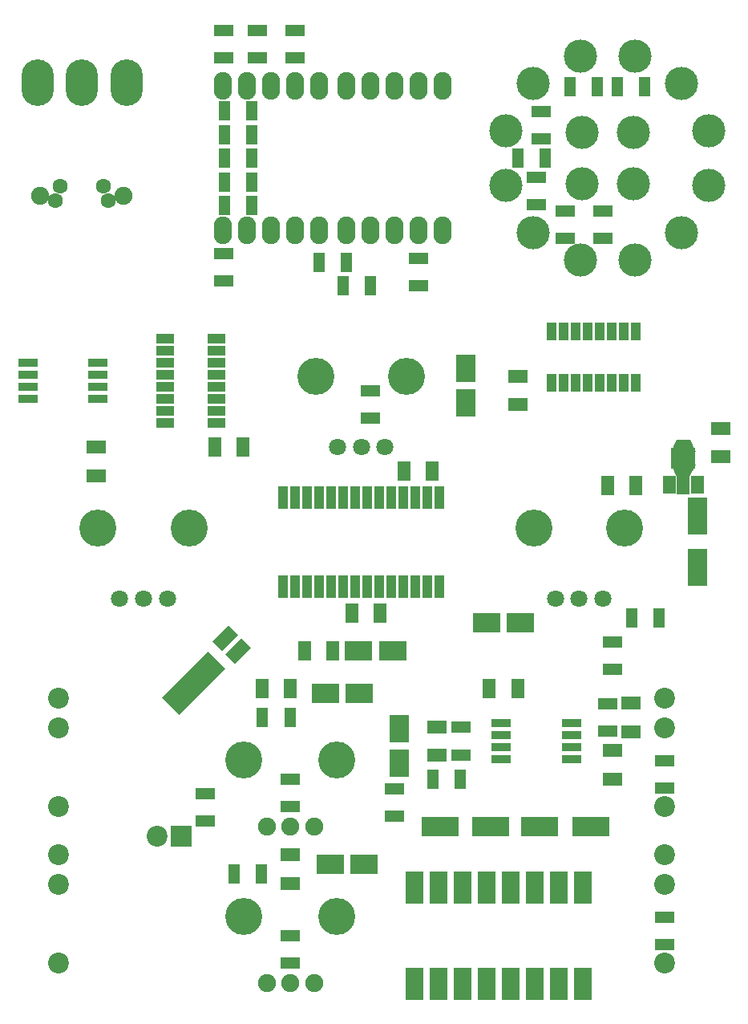
<source format=gbr>
G04 #@! TF.FileFunction,Soldermask,Bot*
%FSLAX46Y46*%
G04 Gerber Fmt 4.6, Leading zero omitted, Abs format (unit mm)*
G04 Created by KiCad (PCBNEW 4.0.7) date Mon Nov 20 20:18:14 2017*
%MOMM*%
%LPD*%
G01*
G04 APERTURE LIST*
%ADD10C,0.100000*%
%ADD11R,3.000000X2.000000*%
%ADD12R,1.400000X2.000000*%
%ADD13C,2.200000*%
%ADD14R,2.100000X1.300000*%
%ADD15R,2.000000X3.000000*%
%ADD16O,1.924000X2.924000*%
%ADD17R,1.300000X2.100000*%
%ADD18R,2.000000X3.900000*%
%ADD19R,3.900000X2.000000*%
%ADD20R,2.200000X2.200000*%
%ADD21R,1.000000X2.400000*%
%ADD22O,3.400000X4.900000*%
%ADD23R,2.000000X1.400000*%
%ADD24R,1.400000X1.900000*%
%ADD25R,1.400000X2.200000*%
%ADD26R,2.600000X2.240000*%
%ADD27C,1.900000*%
%ADD28C,1.600000*%
%ADD29C,3.498800*%
%ADD30R,1.900000X3.400000*%
%ADD31R,2.150000X0.950000*%
%ADD32R,1.900000X1.000000*%
%ADD33R,1.000000X1.900000*%
%ADD34C,1.800000*%
%ADD35C,3.900000*%
G04 APERTURE END LIST*
D10*
D11*
X38800000Y33500000D03*
X35200000Y33500000D03*
D12*
X33000000Y38000000D03*
X36000000Y38000000D03*
X31500000Y34000000D03*
X28500000Y34000000D03*
D13*
X7000000Y13380000D03*
X7000000Y16480000D03*
X7000000Y5080000D03*
D14*
X49500000Y27050000D03*
X49500000Y29950000D03*
D15*
X43000000Y29800000D03*
X43000000Y26200000D03*
D16*
X24420000Y82380000D03*
X26960000Y82380000D03*
X29500000Y82380000D03*
X32040000Y82380000D03*
X34580000Y82380000D03*
X34580000Y97620000D03*
X32040000Y97620000D03*
X29500000Y97620000D03*
X26960000Y97620000D03*
X24420000Y97620000D03*
X37420000Y82380000D03*
X39960000Y82380000D03*
X42500000Y82380000D03*
X45040000Y82380000D03*
X47580000Y82380000D03*
X47580000Y97620000D03*
X45040000Y97620000D03*
X42500000Y97620000D03*
X39960000Y97620000D03*
X37420000Y97620000D03*
D17*
X24550000Y92500000D03*
X27450000Y92500000D03*
D11*
X42300000Y38000000D03*
X38700000Y38000000D03*
D15*
X50000000Y64200000D03*
X50000000Y67800000D03*
D11*
X39300000Y15500000D03*
X35700000Y15500000D03*
X52200000Y41000000D03*
X55800000Y41000000D03*
D18*
X74500000Y46800000D03*
X74500000Y52200000D03*
D19*
X47300000Y19500000D03*
X52700000Y19500000D03*
X63200000Y19500000D03*
X57800000Y19500000D03*
D20*
X20000000Y18500000D03*
D13*
X17460000Y18500000D03*
D21*
X47255000Y44800000D03*
X45985000Y44800000D03*
X44715000Y44800000D03*
X43445000Y44800000D03*
X42175000Y44800000D03*
X40905000Y44800000D03*
X39635000Y44800000D03*
X38365000Y44800000D03*
X37095000Y44800000D03*
X35825000Y44800000D03*
X34555000Y44800000D03*
X33285000Y44800000D03*
X32015000Y44800000D03*
X30745000Y44800000D03*
X30745000Y54200000D03*
X32015000Y54200000D03*
X33285000Y54200000D03*
X34555000Y54200000D03*
X35825000Y54200000D03*
X37095000Y54200000D03*
X38365000Y54200000D03*
X39635000Y54200000D03*
X40905000Y54200000D03*
X42175000Y54200000D03*
X43445000Y54200000D03*
X44715000Y54200000D03*
X45985000Y54200000D03*
X47255000Y54200000D03*
D22*
X9500000Y98000000D03*
X14200000Y98000000D03*
X4800000Y98000000D03*
D14*
X22500000Y20050000D03*
X22500000Y22950000D03*
X40000000Y62550000D03*
X40000000Y65450000D03*
D17*
X24550000Y90000000D03*
X27450000Y90000000D03*
X24550000Y87500000D03*
X27450000Y87500000D03*
D14*
X45000000Y76550000D03*
X45000000Y79450000D03*
D17*
X37050000Y76500000D03*
X39950000Y76500000D03*
X34550000Y79000000D03*
X37450000Y79000000D03*
X24550000Y95000000D03*
X27450000Y95000000D03*
D14*
X32000000Y103450000D03*
X32000000Y100550000D03*
D17*
X24550000Y85000000D03*
X27450000Y85000000D03*
D14*
X24500000Y77050000D03*
X24500000Y79950000D03*
X28000000Y103450000D03*
X28000000Y100550000D03*
X24500000Y103450000D03*
X24500000Y100550000D03*
X64500000Y84450000D03*
X64500000Y81550000D03*
X60500000Y84450000D03*
X60500000Y81550000D03*
X57500000Y87950000D03*
X57500000Y85050000D03*
D17*
X58450000Y90000000D03*
X55550000Y90000000D03*
D14*
X58000000Y92050000D03*
X58000000Y94950000D03*
D17*
X63950000Y97500000D03*
X61050000Y97500000D03*
X66050000Y97500000D03*
X68950000Y97500000D03*
D14*
X31500000Y5050000D03*
X31500000Y7950000D03*
D17*
X28450000Y14500000D03*
X25550000Y14500000D03*
D14*
X31500000Y21550000D03*
X31500000Y24450000D03*
D17*
X31450000Y31000000D03*
X28550000Y31000000D03*
D14*
X65000000Y29550000D03*
X65000000Y32450000D03*
X71000000Y26450000D03*
X71000000Y23550000D03*
X65500000Y38950000D03*
X65500000Y36050000D03*
D17*
X67550000Y41500000D03*
X70450000Y41500000D03*
D14*
X71000000Y9950000D03*
X71000000Y7050000D03*
D17*
X46550000Y24500000D03*
X49450000Y24500000D03*
D14*
X42500000Y23450000D03*
X42500000Y20550000D03*
D12*
X41000000Y42000000D03*
X38000000Y42000000D03*
X43500000Y57000000D03*
X46500000Y57000000D03*
D23*
X31500000Y13500000D03*
X31500000Y16500000D03*
X67500000Y29500000D03*
X67500000Y32500000D03*
D12*
X52500000Y34000000D03*
X55500000Y34000000D03*
D23*
X65500000Y24500000D03*
X65500000Y27500000D03*
X47000000Y27000000D03*
X47000000Y30000000D03*
X77000000Y58500000D03*
X77000000Y61500000D03*
D12*
X68000000Y55500000D03*
X65000000Y55500000D03*
D10*
G36*
X73700000Y60292000D02*
X74300000Y59042000D01*
X71700000Y59042000D01*
X72300000Y60292000D01*
X73700000Y60292000D01*
X73700000Y60292000D01*
G37*
D24*
X74500000Y55520000D03*
D25*
X73000000Y55666500D03*
D24*
X71500000Y55520000D03*
D26*
X73000000Y58333500D03*
D10*
G36*
X72400000Y56223800D02*
X71700000Y57623800D01*
X74300000Y57623800D01*
X73600000Y56223800D01*
X72400000Y56223800D01*
X72400000Y56223800D01*
G37*
D27*
X5100000Y86000000D03*
X13900000Y86000000D03*
D28*
X12300000Y85500000D03*
X11800000Y87000000D03*
X7200000Y87000000D03*
X6700000Y85500000D03*
D23*
X11000000Y59500000D03*
X11000000Y56500000D03*
D12*
X23500000Y59500000D03*
X26500000Y59500000D03*
D23*
X55500000Y67000000D03*
X55500000Y64000000D03*
D29*
X62124720Y79276120D03*
X57148860Y82148860D03*
X54276120Y87124720D03*
X54276120Y92875280D03*
X57148860Y97851140D03*
X62124720Y100723880D03*
X67875280Y100723880D03*
X72851140Y97851140D03*
X75723880Y92875280D03*
X75723880Y87124720D03*
X72851140Y82148860D03*
X67875280Y79276120D03*
X62274580Y87274580D03*
X62274580Y92725420D03*
X67725420Y92725420D03*
X67725420Y87274580D03*
D30*
X62390000Y13080000D03*
X59850000Y13080000D03*
X57310000Y13080000D03*
X54770000Y13080000D03*
X52230000Y13080000D03*
X49690000Y13080000D03*
X47150000Y13080000D03*
X44610000Y13080000D03*
X62390000Y2920000D03*
X59850000Y2920000D03*
X57310000Y2920000D03*
X54770000Y2920000D03*
X52230000Y2920000D03*
X49690000Y2920000D03*
X47150000Y2920000D03*
X44610000Y2920000D03*
D13*
X7000000Y29880000D03*
X7000000Y32980000D03*
X7000000Y21580000D03*
X71000000Y29880000D03*
X71000000Y32980000D03*
X71000000Y21580000D03*
X71000000Y13380000D03*
X71000000Y16480000D03*
X71000000Y5080000D03*
D31*
X3800000Y64595000D03*
X3800000Y65865000D03*
X3800000Y67135000D03*
X3800000Y68405000D03*
X11200000Y68405000D03*
X11200000Y67135000D03*
X11200000Y65865000D03*
X11200000Y64595000D03*
X61200000Y30405000D03*
X61200000Y29135000D03*
X61200000Y27865000D03*
X61200000Y26595000D03*
X53800000Y26595000D03*
X53800000Y27865000D03*
X53800000Y29135000D03*
X53800000Y30405000D03*
D32*
X18300000Y62055000D03*
X18300000Y63325000D03*
X18300000Y64595000D03*
X18300000Y65865000D03*
X18300000Y67135000D03*
X18300000Y68405000D03*
X18300000Y69675000D03*
X18300000Y70945000D03*
X23700000Y70945000D03*
X23700000Y69675000D03*
X23700000Y68405000D03*
X23700000Y67135000D03*
X23700000Y65865000D03*
X23700000Y64595000D03*
X23700000Y63325000D03*
X23700000Y62055000D03*
D33*
X59055000Y71700000D03*
X60325000Y71700000D03*
X61595000Y71700000D03*
X62865000Y71700000D03*
X64135000Y71700000D03*
X65405000Y71700000D03*
X66675000Y71700000D03*
X67945000Y71700000D03*
X67945000Y66300000D03*
X66675000Y66300000D03*
X65405000Y66300000D03*
X64135000Y66300000D03*
X62865000Y66300000D03*
X61595000Y66300000D03*
X60325000Y66300000D03*
X59055000Y66300000D03*
D10*
G36*
X27343503Y38353553D02*
X25646447Y36656497D01*
X24656497Y37646447D01*
X26353553Y39343503D01*
X27343503Y38353553D01*
X27343503Y38353553D01*
G37*
G36*
X26000000Y39697056D02*
X24302944Y38000000D01*
X23312994Y38989950D01*
X25010050Y40687006D01*
X26000000Y39697056D01*
X26000000Y39697056D01*
G37*
G36*
X24621142Y36126167D02*
X19742105Y31247130D01*
X17903628Y33085607D01*
X22782665Y37964644D01*
X24621142Y36126167D01*
X24621142Y36126167D01*
G37*
D34*
X13500000Y43500000D03*
X16000000Y43500000D03*
X18500000Y43500000D03*
D35*
X11200000Y51000000D03*
X20800000Y51000000D03*
D34*
X36500000Y59500000D03*
X39000000Y59500000D03*
X41500000Y59500000D03*
D35*
X34200000Y67000000D03*
X43800000Y67000000D03*
D34*
X59500000Y43500000D03*
X62000000Y43500000D03*
X64500000Y43500000D03*
D35*
X57200000Y51000000D03*
X66800000Y51000000D03*
D27*
X29000000Y3000000D03*
X31500000Y3000000D03*
X34000000Y3000000D03*
D35*
X36400000Y10000000D03*
X26600000Y10000000D03*
D27*
X29000000Y19500000D03*
X31500000Y19500000D03*
X34000000Y19500000D03*
D35*
X36400000Y26500000D03*
X26600000Y26500000D03*
M02*

</source>
